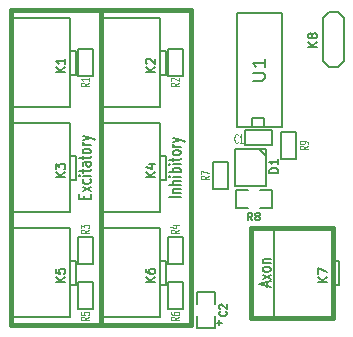
<source format=gto>
G04 (created by PCBNEW-RS274X (2011-05-25)-stable) date Sun 16 Mar 2014 03:40:44 PM CDT*
G01*
G70*
G90*
%MOIN*%
G04 Gerber Fmt 3.4, Leading zero omitted, Abs format*
%FSLAX34Y34*%
G04 APERTURE LIST*
%ADD10C,0.006000*%
%ADD11C,0.015000*%
%ADD12C,0.005900*%
%ADD13C,0.005000*%
%ADD14C,0.008000*%
%ADD15C,0.004500*%
G04 APERTURE END LIST*
G54D10*
G54D11*
X21950Y-18850D02*
X21950Y-15850D01*
X19200Y-18850D02*
X21950Y-18850D01*
X19200Y-15850D02*
X19200Y-18850D01*
X19450Y-15850D02*
X19200Y-15850D01*
X21950Y-15850D02*
X19450Y-15850D01*
X11200Y-19100D02*
X14200Y-19100D01*
X11200Y-08600D02*
X11200Y-19100D01*
X14200Y-08600D02*
X11200Y-08600D01*
X14200Y-08600D02*
X17200Y-08600D01*
X14200Y-19100D02*
X14200Y-08600D01*
X17200Y-19100D02*
X14200Y-19100D01*
X17200Y-08600D02*
X17200Y-19100D01*
G54D10*
X16862Y-14828D02*
X16462Y-14828D01*
X16595Y-14685D02*
X16862Y-14685D01*
X16633Y-14685D02*
X16614Y-14670D01*
X16595Y-14642D01*
X16595Y-14599D01*
X16614Y-14570D01*
X16652Y-14556D01*
X16862Y-14556D01*
X16862Y-14414D02*
X16462Y-14414D01*
X16862Y-14285D02*
X16652Y-14285D01*
X16614Y-14299D01*
X16595Y-14328D01*
X16595Y-14371D01*
X16614Y-14399D01*
X16633Y-14414D01*
X16862Y-14143D02*
X16595Y-14143D01*
X16462Y-14143D02*
X16481Y-14157D01*
X16500Y-14143D01*
X16481Y-14128D01*
X16462Y-14143D01*
X16500Y-14143D01*
X16862Y-14000D02*
X16462Y-14000D01*
X16614Y-14000D02*
X16595Y-13971D01*
X16595Y-13914D01*
X16614Y-13885D01*
X16633Y-13871D01*
X16671Y-13857D01*
X16786Y-13857D01*
X16824Y-13871D01*
X16843Y-13885D01*
X16862Y-13914D01*
X16862Y-13971D01*
X16843Y-14000D01*
X16862Y-13729D02*
X16595Y-13729D01*
X16462Y-13729D02*
X16481Y-13743D01*
X16500Y-13729D01*
X16481Y-13714D01*
X16462Y-13729D01*
X16500Y-13729D01*
X16595Y-13628D02*
X16595Y-13514D01*
X16462Y-13586D02*
X16805Y-13586D01*
X16843Y-13571D01*
X16862Y-13543D01*
X16862Y-13514D01*
X16862Y-13372D02*
X16843Y-13400D01*
X16824Y-13415D01*
X16786Y-13429D01*
X16671Y-13429D01*
X16633Y-13415D01*
X16614Y-13400D01*
X16595Y-13372D01*
X16595Y-13329D01*
X16614Y-13300D01*
X16633Y-13286D01*
X16671Y-13272D01*
X16786Y-13272D01*
X16824Y-13286D01*
X16843Y-13300D01*
X16862Y-13329D01*
X16862Y-13372D01*
X16862Y-13144D02*
X16595Y-13144D01*
X16671Y-13144D02*
X16633Y-13129D01*
X16614Y-13115D01*
X16595Y-13086D01*
X16595Y-13058D01*
X16595Y-12986D02*
X16862Y-12915D01*
X16595Y-12843D02*
X16862Y-12915D01*
X16957Y-12943D01*
X16976Y-12958D01*
X16995Y-12986D01*
X13652Y-14885D02*
X13652Y-14785D01*
X13862Y-14742D02*
X13862Y-14885D01*
X13462Y-14885D01*
X13462Y-14742D01*
X13862Y-14642D02*
X13595Y-14485D01*
X13595Y-14642D02*
X13862Y-14485D01*
X13843Y-14242D02*
X13862Y-14271D01*
X13862Y-14328D01*
X13843Y-14356D01*
X13824Y-14371D01*
X13786Y-14385D01*
X13671Y-14385D01*
X13633Y-14371D01*
X13614Y-14356D01*
X13595Y-14328D01*
X13595Y-14271D01*
X13614Y-14242D01*
X13862Y-14114D02*
X13595Y-14114D01*
X13462Y-14114D02*
X13481Y-14128D01*
X13500Y-14114D01*
X13481Y-14099D01*
X13462Y-14114D01*
X13500Y-14114D01*
X13595Y-14013D02*
X13595Y-13899D01*
X13462Y-13971D02*
X13805Y-13971D01*
X13843Y-13956D01*
X13862Y-13928D01*
X13862Y-13899D01*
X13862Y-13671D02*
X13652Y-13671D01*
X13614Y-13685D01*
X13595Y-13714D01*
X13595Y-13771D01*
X13614Y-13800D01*
X13843Y-13671D02*
X13862Y-13700D01*
X13862Y-13771D01*
X13843Y-13800D01*
X13805Y-13814D01*
X13767Y-13814D01*
X13729Y-13800D01*
X13710Y-13771D01*
X13710Y-13700D01*
X13690Y-13671D01*
X13595Y-13571D02*
X13595Y-13457D01*
X13462Y-13529D02*
X13805Y-13529D01*
X13843Y-13514D01*
X13862Y-13486D01*
X13862Y-13457D01*
X13862Y-13315D02*
X13843Y-13343D01*
X13824Y-13358D01*
X13786Y-13372D01*
X13671Y-13372D01*
X13633Y-13358D01*
X13614Y-13343D01*
X13595Y-13315D01*
X13595Y-13272D01*
X13614Y-13243D01*
X13633Y-13229D01*
X13671Y-13215D01*
X13786Y-13215D01*
X13824Y-13229D01*
X13843Y-13243D01*
X13862Y-13272D01*
X13862Y-13315D01*
X13862Y-13087D02*
X13595Y-13087D01*
X13671Y-13087D02*
X13633Y-13072D01*
X13614Y-13058D01*
X13595Y-13029D01*
X13595Y-13001D01*
X13595Y-12929D02*
X13862Y-12858D01*
X13595Y-12786D02*
X13862Y-12858D01*
X13957Y-12886D01*
X13976Y-12901D01*
X13995Y-12929D01*
X19748Y-17814D02*
X19748Y-17671D01*
X19862Y-17842D02*
X19462Y-17742D01*
X19862Y-17642D01*
X19862Y-17571D02*
X19595Y-17414D01*
X19595Y-17571D02*
X19862Y-17414D01*
X19862Y-17257D02*
X19843Y-17285D01*
X19824Y-17300D01*
X19786Y-17314D01*
X19671Y-17314D01*
X19633Y-17300D01*
X19614Y-17285D01*
X19595Y-17257D01*
X19595Y-17214D01*
X19614Y-17185D01*
X19633Y-17171D01*
X19671Y-17157D01*
X19786Y-17157D01*
X19824Y-17171D01*
X19843Y-17185D01*
X19862Y-17214D01*
X19862Y-17257D01*
X19595Y-17029D02*
X19862Y-17029D01*
X19633Y-17029D02*
X19614Y-17014D01*
X19595Y-16986D01*
X19595Y-16943D01*
X19614Y-16914D01*
X19652Y-16900D01*
X19862Y-16900D01*
G54D12*
X18212Y-19013D02*
X18231Y-19013D01*
X18153Y-19013D02*
X18153Y-19092D01*
X18153Y-19092D02*
X18153Y-18925D01*
X18074Y-19013D02*
X18212Y-19013D01*
G54D13*
X18000Y-18800D02*
X18000Y-19200D01*
X18000Y-19200D02*
X17400Y-19200D01*
X17400Y-19200D02*
X17400Y-18800D01*
X17400Y-18400D02*
X17400Y-18000D01*
X17400Y-18000D02*
X18000Y-18000D01*
X18000Y-18000D02*
X18000Y-18400D01*
G54D12*
X19485Y-13240D02*
X19702Y-13456D01*
X18688Y-14460D02*
X19712Y-14460D01*
X19712Y-14460D02*
X19712Y-13240D01*
X19712Y-13240D02*
X18688Y-13240D01*
X18688Y-13240D02*
X18688Y-14460D01*
G54D13*
X19500Y-14600D02*
X19900Y-14600D01*
X19900Y-14600D02*
X19900Y-15200D01*
X19900Y-15200D02*
X19500Y-15200D01*
X19100Y-15200D02*
X18700Y-15200D01*
X18700Y-15200D02*
X18700Y-14600D01*
X18700Y-14600D02*
X19100Y-14600D01*
G54D12*
X21934Y-16956D02*
X22131Y-16956D01*
X22131Y-16956D02*
X22131Y-17744D01*
X22131Y-17744D02*
X21934Y-17744D01*
X21934Y-15874D02*
X21934Y-18826D01*
X21934Y-18826D02*
X19966Y-18826D01*
X19966Y-18826D02*
X19966Y-15874D01*
X19966Y-15874D02*
X21934Y-15874D01*
X16184Y-16956D02*
X16381Y-16956D01*
X16381Y-16956D02*
X16381Y-17744D01*
X16381Y-17744D02*
X16184Y-17744D01*
X16184Y-15874D02*
X16184Y-18826D01*
X16184Y-18826D02*
X14216Y-18826D01*
X14216Y-18826D02*
X14216Y-15874D01*
X14216Y-15874D02*
X16184Y-15874D01*
X13184Y-16956D02*
X13381Y-16956D01*
X13381Y-16956D02*
X13381Y-17744D01*
X13381Y-17744D02*
X13184Y-17744D01*
X13184Y-15874D02*
X13184Y-18826D01*
X13184Y-18826D02*
X11216Y-18826D01*
X11216Y-18826D02*
X11216Y-15874D01*
X11216Y-15874D02*
X13184Y-15874D01*
X16184Y-13456D02*
X16381Y-13456D01*
X16381Y-13456D02*
X16381Y-14244D01*
X16381Y-14244D02*
X16184Y-14244D01*
X16184Y-12374D02*
X16184Y-15326D01*
X16184Y-15326D02*
X14216Y-15326D01*
X14216Y-15326D02*
X14216Y-12374D01*
X14216Y-12374D02*
X16184Y-12374D01*
X13184Y-13456D02*
X13381Y-13456D01*
X13381Y-13456D02*
X13381Y-14244D01*
X13381Y-14244D02*
X13184Y-14244D01*
X13184Y-12374D02*
X13184Y-15326D01*
X13184Y-15326D02*
X11216Y-15326D01*
X11216Y-15326D02*
X11216Y-12374D01*
X11216Y-12374D02*
X13184Y-12374D01*
X16184Y-09956D02*
X16381Y-09956D01*
X16381Y-09956D02*
X16381Y-10744D01*
X16381Y-10744D02*
X16184Y-10744D01*
X16184Y-08874D02*
X16184Y-11826D01*
X16184Y-11826D02*
X14216Y-11826D01*
X14216Y-11826D02*
X14216Y-08874D01*
X14216Y-08874D02*
X16184Y-08874D01*
X13184Y-09956D02*
X13381Y-09956D01*
X13381Y-09956D02*
X13381Y-10744D01*
X13381Y-10744D02*
X13184Y-10744D01*
X13184Y-08874D02*
X13184Y-11826D01*
X13184Y-11826D02*
X11216Y-11826D01*
X11216Y-11826D02*
X11216Y-08874D01*
X11216Y-08874D02*
X13184Y-08874D01*
G54D14*
X18750Y-12500D02*
X18750Y-08700D01*
X18750Y-08700D02*
X20250Y-08700D01*
X20250Y-08700D02*
X20250Y-12500D01*
X20250Y-12500D02*
X18750Y-12500D01*
X19250Y-12500D02*
X19250Y-12200D01*
X19250Y-12200D02*
X19650Y-12200D01*
X19650Y-12200D02*
X19650Y-12500D01*
G54D13*
X13450Y-10800D02*
X13450Y-09900D01*
X13450Y-09900D02*
X13950Y-09900D01*
X13950Y-09900D02*
X13950Y-10800D01*
X13950Y-10800D02*
X13450Y-10800D01*
X19900Y-13100D02*
X19000Y-13100D01*
X19000Y-13100D02*
X19000Y-12600D01*
X19000Y-12600D02*
X19900Y-12600D01*
X19900Y-12600D02*
X19900Y-13100D01*
X16450Y-10800D02*
X16450Y-09900D01*
X16450Y-09900D02*
X16950Y-09900D01*
X16950Y-09900D02*
X16950Y-10800D01*
X16950Y-10800D02*
X16450Y-10800D01*
X13450Y-17050D02*
X13450Y-16150D01*
X13450Y-16150D02*
X13950Y-16150D01*
X13950Y-16150D02*
X13950Y-17050D01*
X13950Y-17050D02*
X13450Y-17050D01*
X16450Y-17050D02*
X16450Y-16150D01*
X16450Y-16150D02*
X16950Y-16150D01*
X16950Y-16150D02*
X16950Y-17050D01*
X16950Y-17050D02*
X16450Y-17050D01*
X13450Y-18550D02*
X13450Y-17650D01*
X13450Y-17650D02*
X13950Y-17650D01*
X13950Y-17650D02*
X13950Y-18550D01*
X13950Y-18550D02*
X13450Y-18550D01*
X16450Y-18550D02*
X16450Y-17650D01*
X16450Y-17650D02*
X16950Y-17650D01*
X16950Y-17650D02*
X16950Y-18550D01*
X16950Y-18550D02*
X16450Y-18550D01*
G54D14*
X22300Y-08850D02*
X22300Y-10300D01*
X22300Y-10300D02*
X22100Y-10500D01*
X22100Y-10500D02*
X21800Y-10500D01*
X21800Y-10500D02*
X21600Y-10300D01*
X21600Y-10300D02*
X21600Y-08850D01*
X21600Y-08850D02*
X21800Y-08650D01*
X21800Y-08650D02*
X22100Y-08650D01*
X22100Y-08650D02*
X22300Y-08850D01*
G54D13*
X17950Y-14550D02*
X17950Y-13650D01*
X17950Y-13650D02*
X18450Y-13650D01*
X18450Y-13650D02*
X18450Y-14550D01*
X18450Y-14550D02*
X17950Y-14550D01*
X20700Y-12650D02*
X20700Y-13550D01*
X20700Y-13550D02*
X20200Y-13550D01*
X20200Y-13550D02*
X20200Y-12650D01*
X20200Y-12650D02*
X20700Y-12650D01*
X18377Y-18642D02*
X18389Y-18654D01*
X18401Y-18689D01*
X18401Y-18713D01*
X18389Y-18749D01*
X18365Y-18773D01*
X18342Y-18784D01*
X18294Y-18796D01*
X18258Y-18796D01*
X18211Y-18784D01*
X18187Y-18773D01*
X18163Y-18749D01*
X18151Y-18713D01*
X18151Y-18689D01*
X18163Y-18654D01*
X18175Y-18642D01*
X18175Y-18546D02*
X18163Y-18534D01*
X18151Y-18511D01*
X18151Y-18451D01*
X18163Y-18427D01*
X18175Y-18415D01*
X18199Y-18404D01*
X18223Y-18404D01*
X18258Y-18415D01*
X18401Y-18558D01*
X18401Y-18404D01*
G54D10*
X20121Y-14022D02*
X19821Y-14022D01*
X19821Y-13950D01*
X19836Y-13907D01*
X19864Y-13879D01*
X19893Y-13864D01*
X19950Y-13850D01*
X19993Y-13850D01*
X20050Y-13864D01*
X20079Y-13879D01*
X20107Y-13907D01*
X20121Y-13950D01*
X20121Y-14022D01*
X20121Y-13564D02*
X20121Y-13736D01*
X20121Y-13650D02*
X19821Y-13650D01*
X19864Y-13679D01*
X19893Y-13707D01*
X19907Y-13736D01*
G54D13*
X19258Y-15601D02*
X19175Y-15482D01*
X19116Y-15601D02*
X19116Y-15351D01*
X19211Y-15351D01*
X19235Y-15363D01*
X19246Y-15375D01*
X19258Y-15399D01*
X19258Y-15435D01*
X19246Y-15458D01*
X19235Y-15470D01*
X19211Y-15482D01*
X19116Y-15482D01*
X19401Y-15458D02*
X19377Y-15446D01*
X19366Y-15435D01*
X19354Y-15411D01*
X19354Y-15399D01*
X19366Y-15375D01*
X19377Y-15363D01*
X19401Y-15351D01*
X19449Y-15351D01*
X19473Y-15363D01*
X19485Y-15375D01*
X19496Y-15399D01*
X19496Y-15411D01*
X19485Y-15435D01*
X19473Y-15446D01*
X19449Y-15458D01*
X19401Y-15458D01*
X19377Y-15470D01*
X19366Y-15482D01*
X19354Y-15506D01*
X19354Y-15554D01*
X19366Y-15577D01*
X19377Y-15589D01*
X19401Y-15601D01*
X19449Y-15601D01*
X19473Y-15589D01*
X19485Y-15577D01*
X19496Y-15554D01*
X19496Y-15506D01*
X19485Y-15482D01*
X19473Y-15470D01*
X19449Y-15458D01*
G54D10*
X21760Y-17670D02*
X21460Y-17670D01*
X21760Y-17498D02*
X21589Y-17627D01*
X21460Y-17498D02*
X21632Y-17670D01*
X21460Y-17398D02*
X21460Y-17198D01*
X21760Y-17327D01*
X16010Y-17670D02*
X15710Y-17670D01*
X16010Y-17498D02*
X15839Y-17627D01*
X15710Y-17498D02*
X15882Y-17670D01*
X15710Y-17241D02*
X15710Y-17298D01*
X15725Y-17327D01*
X15739Y-17341D01*
X15782Y-17370D01*
X15839Y-17384D01*
X15953Y-17384D01*
X15982Y-17370D01*
X15996Y-17355D01*
X16010Y-17327D01*
X16010Y-17270D01*
X15996Y-17241D01*
X15982Y-17227D01*
X15953Y-17212D01*
X15882Y-17212D01*
X15853Y-17227D01*
X15839Y-17241D01*
X15825Y-17270D01*
X15825Y-17327D01*
X15839Y-17355D01*
X15853Y-17370D01*
X15882Y-17384D01*
X13010Y-17670D02*
X12710Y-17670D01*
X13010Y-17498D02*
X12839Y-17627D01*
X12710Y-17498D02*
X12882Y-17670D01*
X12710Y-17227D02*
X12710Y-17370D01*
X12853Y-17384D01*
X12839Y-17370D01*
X12825Y-17341D01*
X12825Y-17270D01*
X12839Y-17241D01*
X12853Y-17227D01*
X12882Y-17212D01*
X12953Y-17212D01*
X12982Y-17227D01*
X12996Y-17241D01*
X13010Y-17270D01*
X13010Y-17341D01*
X12996Y-17370D01*
X12982Y-17384D01*
X16010Y-14170D02*
X15710Y-14170D01*
X16010Y-13998D02*
X15839Y-14127D01*
X15710Y-13998D02*
X15882Y-14170D01*
X15810Y-13741D02*
X16010Y-13741D01*
X15696Y-13812D02*
X15910Y-13884D01*
X15910Y-13698D01*
X13010Y-14170D02*
X12710Y-14170D01*
X13010Y-13998D02*
X12839Y-14127D01*
X12710Y-13998D02*
X12882Y-14170D01*
X12710Y-13898D02*
X12710Y-13712D01*
X12825Y-13812D01*
X12825Y-13770D01*
X12839Y-13741D01*
X12853Y-13727D01*
X12882Y-13712D01*
X12953Y-13712D01*
X12982Y-13727D01*
X12996Y-13741D01*
X13010Y-13770D01*
X13010Y-13855D01*
X12996Y-13884D01*
X12982Y-13898D01*
X16010Y-10670D02*
X15710Y-10670D01*
X16010Y-10498D02*
X15839Y-10627D01*
X15710Y-10498D02*
X15882Y-10670D01*
X15739Y-10384D02*
X15725Y-10370D01*
X15710Y-10341D01*
X15710Y-10270D01*
X15725Y-10241D01*
X15739Y-10227D01*
X15768Y-10212D01*
X15796Y-10212D01*
X15839Y-10227D01*
X16010Y-10398D01*
X16010Y-10212D01*
X13010Y-10670D02*
X12710Y-10670D01*
X13010Y-10498D02*
X12839Y-10627D01*
X12710Y-10498D02*
X12882Y-10670D01*
X13010Y-10212D02*
X13010Y-10384D01*
X13010Y-10298D02*
X12710Y-10298D01*
X12753Y-10327D01*
X12782Y-10355D01*
X12796Y-10384D01*
G54D13*
X19262Y-10943D02*
X19586Y-10943D01*
X19624Y-10921D01*
X19643Y-10900D01*
X19662Y-10857D01*
X19662Y-10771D01*
X19643Y-10729D01*
X19624Y-10707D01*
X19586Y-10686D01*
X19262Y-10686D01*
X19662Y-10236D02*
X19662Y-10493D01*
X19662Y-10365D02*
X19262Y-10365D01*
X19319Y-10408D01*
X19357Y-10450D01*
X19376Y-10493D01*
G54D15*
X13813Y-11029D02*
X13680Y-11089D01*
X13813Y-11132D02*
X13533Y-11132D01*
X13533Y-11064D01*
X13547Y-11046D01*
X13560Y-11038D01*
X13587Y-11029D01*
X13627Y-11029D01*
X13653Y-11038D01*
X13667Y-11046D01*
X13680Y-11064D01*
X13680Y-11132D01*
X13813Y-10858D02*
X13813Y-10961D01*
X13813Y-10909D02*
X13533Y-10909D01*
X13573Y-10926D01*
X13600Y-10944D01*
X13613Y-10961D01*
X18771Y-12987D02*
X18762Y-13000D01*
X18736Y-13013D01*
X18719Y-13013D01*
X18694Y-13000D01*
X18676Y-12973D01*
X18668Y-12947D01*
X18659Y-12893D01*
X18659Y-12853D01*
X18668Y-12800D01*
X18676Y-12773D01*
X18694Y-12747D01*
X18719Y-12733D01*
X18736Y-12733D01*
X18762Y-12747D01*
X18771Y-12760D01*
X18942Y-13013D02*
X18839Y-13013D01*
X18891Y-13013D02*
X18891Y-12733D01*
X18874Y-12773D01*
X18856Y-12800D01*
X18839Y-12813D01*
X16813Y-11029D02*
X16680Y-11089D01*
X16813Y-11132D02*
X16533Y-11132D01*
X16533Y-11064D01*
X16547Y-11046D01*
X16560Y-11038D01*
X16587Y-11029D01*
X16627Y-11029D01*
X16653Y-11038D01*
X16667Y-11046D01*
X16680Y-11064D01*
X16680Y-11132D01*
X16560Y-10961D02*
X16547Y-10952D01*
X16533Y-10935D01*
X16533Y-10892D01*
X16547Y-10875D01*
X16560Y-10866D01*
X16587Y-10858D01*
X16613Y-10858D01*
X16653Y-10866D01*
X16813Y-10969D01*
X16813Y-10858D01*
X13813Y-15929D02*
X13680Y-15989D01*
X13813Y-16032D02*
X13533Y-16032D01*
X13533Y-15964D01*
X13547Y-15946D01*
X13560Y-15938D01*
X13587Y-15929D01*
X13627Y-15929D01*
X13653Y-15938D01*
X13667Y-15946D01*
X13680Y-15964D01*
X13680Y-16032D01*
X13533Y-15869D02*
X13533Y-15758D01*
X13640Y-15818D01*
X13640Y-15792D01*
X13653Y-15775D01*
X13667Y-15766D01*
X13693Y-15758D01*
X13760Y-15758D01*
X13787Y-15766D01*
X13800Y-15775D01*
X13813Y-15792D01*
X13813Y-15844D01*
X13800Y-15861D01*
X13787Y-15869D01*
X16813Y-15929D02*
X16680Y-15989D01*
X16813Y-16032D02*
X16533Y-16032D01*
X16533Y-15964D01*
X16547Y-15946D01*
X16560Y-15938D01*
X16587Y-15929D01*
X16627Y-15929D01*
X16653Y-15938D01*
X16667Y-15946D01*
X16680Y-15964D01*
X16680Y-16032D01*
X16627Y-15775D02*
X16813Y-15775D01*
X16520Y-15818D02*
X16720Y-15861D01*
X16720Y-15749D01*
X13813Y-18829D02*
X13680Y-18889D01*
X13813Y-18932D02*
X13533Y-18932D01*
X13533Y-18864D01*
X13547Y-18846D01*
X13560Y-18838D01*
X13587Y-18829D01*
X13627Y-18829D01*
X13653Y-18838D01*
X13667Y-18846D01*
X13680Y-18864D01*
X13680Y-18932D01*
X13533Y-18666D02*
X13533Y-18752D01*
X13667Y-18761D01*
X13653Y-18752D01*
X13640Y-18735D01*
X13640Y-18692D01*
X13653Y-18675D01*
X13667Y-18666D01*
X13693Y-18658D01*
X13760Y-18658D01*
X13787Y-18666D01*
X13800Y-18675D01*
X13813Y-18692D01*
X13813Y-18735D01*
X13800Y-18752D01*
X13787Y-18761D01*
X16813Y-18829D02*
X16680Y-18889D01*
X16813Y-18932D02*
X16533Y-18932D01*
X16533Y-18864D01*
X16547Y-18846D01*
X16560Y-18838D01*
X16587Y-18829D01*
X16627Y-18829D01*
X16653Y-18838D01*
X16667Y-18846D01*
X16680Y-18864D01*
X16680Y-18932D01*
X16533Y-18675D02*
X16533Y-18709D01*
X16547Y-18726D01*
X16560Y-18735D01*
X16600Y-18752D01*
X16653Y-18761D01*
X16760Y-18761D01*
X16787Y-18752D01*
X16800Y-18744D01*
X16813Y-18726D01*
X16813Y-18692D01*
X16800Y-18675D01*
X16787Y-18666D01*
X16760Y-18658D01*
X16693Y-18658D01*
X16667Y-18666D01*
X16653Y-18675D01*
X16640Y-18692D01*
X16640Y-18726D01*
X16653Y-18744D01*
X16667Y-18752D01*
X16693Y-18761D01*
G54D10*
X21421Y-09822D02*
X21121Y-09822D01*
X21421Y-09650D02*
X21250Y-09779D01*
X21121Y-09650D02*
X21293Y-09822D01*
X21250Y-09479D02*
X21236Y-09507D01*
X21221Y-09522D01*
X21193Y-09536D01*
X21179Y-09536D01*
X21150Y-09522D01*
X21136Y-09507D01*
X21121Y-09479D01*
X21121Y-09422D01*
X21136Y-09393D01*
X21150Y-09379D01*
X21179Y-09364D01*
X21193Y-09364D01*
X21221Y-09379D01*
X21236Y-09393D01*
X21250Y-09422D01*
X21250Y-09479D01*
X21264Y-09507D01*
X21279Y-09522D01*
X21307Y-09536D01*
X21364Y-09536D01*
X21393Y-09522D01*
X21407Y-09507D01*
X21421Y-09479D01*
X21421Y-09422D01*
X21407Y-09393D01*
X21393Y-09379D01*
X21364Y-09364D01*
X21307Y-09364D01*
X21279Y-09379D01*
X21264Y-09393D01*
X21250Y-09422D01*
G54D15*
X17813Y-14129D02*
X17680Y-14189D01*
X17813Y-14232D02*
X17533Y-14232D01*
X17533Y-14164D01*
X17547Y-14146D01*
X17560Y-14138D01*
X17587Y-14129D01*
X17627Y-14129D01*
X17653Y-14138D01*
X17667Y-14146D01*
X17680Y-14164D01*
X17680Y-14232D01*
X17533Y-14069D02*
X17533Y-13949D01*
X17813Y-14026D01*
X21113Y-13129D02*
X20980Y-13189D01*
X21113Y-13232D02*
X20833Y-13232D01*
X20833Y-13164D01*
X20847Y-13146D01*
X20860Y-13138D01*
X20887Y-13129D01*
X20927Y-13129D01*
X20953Y-13138D01*
X20967Y-13146D01*
X20980Y-13164D01*
X20980Y-13232D01*
X21113Y-13044D02*
X21113Y-13009D01*
X21100Y-12992D01*
X21087Y-12984D01*
X21047Y-12966D01*
X20993Y-12958D01*
X20887Y-12958D01*
X20860Y-12966D01*
X20847Y-12975D01*
X20833Y-12992D01*
X20833Y-13026D01*
X20847Y-13044D01*
X20860Y-13052D01*
X20887Y-13061D01*
X20953Y-13061D01*
X20980Y-13052D01*
X20993Y-13044D01*
X21007Y-13026D01*
X21007Y-12992D01*
X20993Y-12975D01*
X20980Y-12966D01*
X20953Y-12958D01*
M02*

</source>
